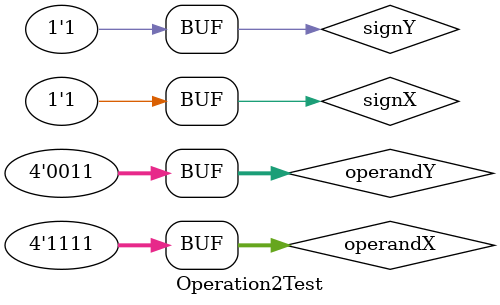
<source format=v>
`timescale 1ns / 1ps


module Operation2Test;

	// Inputs
	reg signX;
	reg signY;
	reg [3:0] operandX;
	reg [3:0] operandY;

	// Outputs
	wire [3:0] d1;
	wire [3:0] d2;
	wire [3:0] d3;
	wire [3:0] d4;
	wire [3:0] d5;
	wire [3:0] d6;

	// Instantiate the Unit Under Test (UUT)
	Operation2 uut (
		.signX(signX), 
		.signY(signY), 
		.operandX(operandX), 
		.operandY(operandY), 
		.d1(d1), 
		.d2(d2), 
		.d3(d3), 
		.d4(d4), 
		.d5(d5), 
		.d6(d6)
	);

	initial begin
		// Initialize Inputs
		signX = 1;
		signY = 1;
		operandX = 4'b1111;
		operandY = 4'b0011;

		// Wait 100 ns for global reset to finish
		#100;
        
		// Add stimulus here

	end
      
endmodule


</source>
